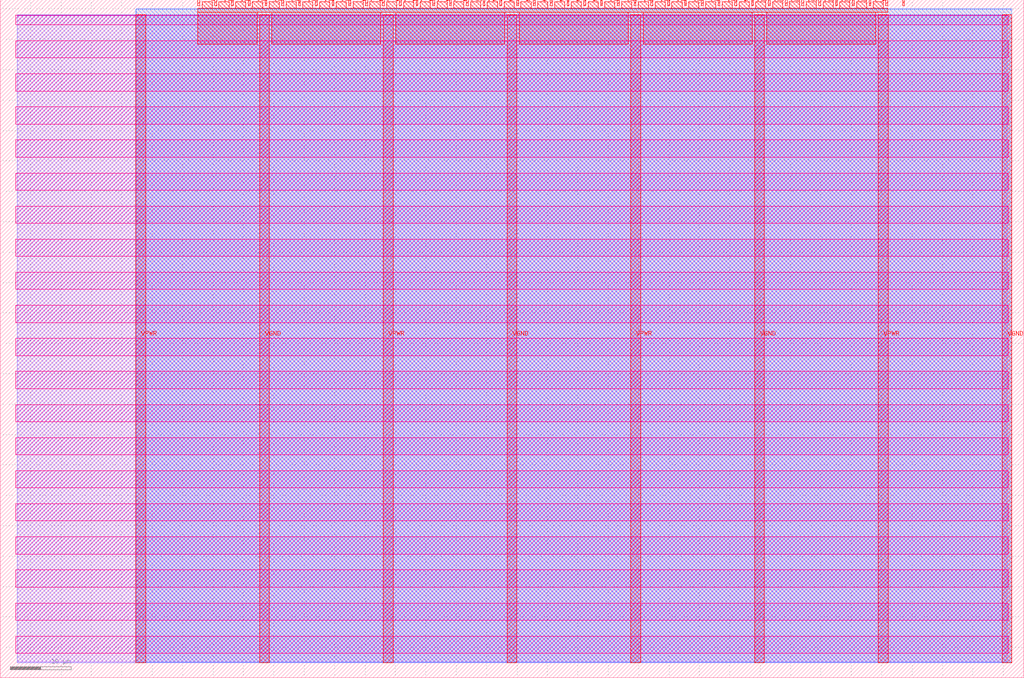
<source format=lef>
VERSION 5.7 ;
  NOWIREEXTENSIONATPIN ON ;
  DIVIDERCHAR "/" ;
  BUSBITCHARS "[]" ;
MACRO tt_um_wokwi_380120751165092865_dup
  CLASS BLOCK ;
  FOREIGN tt_um_wokwi_380120751165092865_dup ;
  ORIGIN 0.000 0.000 ;
  SIZE 168.360 BY 111.520 ;
  PIN VGND
    DIRECTION INOUT ;
    USE GROUND ;
    PORT
      LAYER met4 ;
        RECT 42.670 2.480 44.270 109.040 ;
    END
    PORT
      LAYER met4 ;
        RECT 83.380 2.480 84.980 109.040 ;
    END
    PORT
      LAYER met4 ;
        RECT 124.090 2.480 125.690 109.040 ;
    END
    PORT
      LAYER met4 ;
        RECT 164.800 2.480 166.400 109.040 ;
    END
  END VGND
  PIN VPWR
    DIRECTION INOUT ;
    USE POWER ;
    PORT
      LAYER met4 ;
        RECT 22.315 2.480 23.915 109.040 ;
    END
    PORT
      LAYER met4 ;
        RECT 63.025 2.480 64.625 109.040 ;
    END
    PORT
      LAYER met4 ;
        RECT 103.735 2.480 105.335 109.040 ;
    END
    PORT
      LAYER met4 ;
        RECT 144.445 2.480 146.045 109.040 ;
    END
  END VPWR
  PIN clk
    DIRECTION INPUT ;
    USE SIGNAL ;
    ANTENNAGATEAREA 0.159000 ;
    PORT
      LAYER met4 ;
        RECT 145.670 110.520 145.970 111.520 ;
    END
  END clk
  PIN ena
    DIRECTION INPUT ;
    USE SIGNAL ;
    PORT
      LAYER met4 ;
        RECT 148.430 110.520 148.730 111.520 ;
    END
  END ena
  PIN rst_n
    DIRECTION INPUT ;
    USE SIGNAL ;
    ANTENNAGATEAREA 0.213000 ;
    PORT
      LAYER met4 ;
        RECT 142.910 110.520 143.210 111.520 ;
    END
  END rst_n
  PIN ui_in[0]
    DIRECTION INPUT ;
    USE SIGNAL ;
    ANTENNAGATEAREA 0.196500 ;
    PORT
      LAYER met4 ;
        RECT 140.150 110.520 140.450 111.520 ;
    END
  END ui_in[0]
  PIN ui_in[1]
    DIRECTION INPUT ;
    USE SIGNAL ;
    ANTENNAGATEAREA 0.196500 ;
    PORT
      LAYER met4 ;
        RECT 137.390 110.520 137.690 111.520 ;
    END
  END ui_in[1]
  PIN ui_in[2]
    DIRECTION INPUT ;
    USE SIGNAL ;
    ANTENNAGATEAREA 0.196500 ;
    PORT
      LAYER met4 ;
        RECT 134.630 110.520 134.930 111.520 ;
    END
  END ui_in[2]
  PIN ui_in[3]
    DIRECTION INPUT ;
    USE SIGNAL ;
    ANTENNAGATEAREA 0.196500 ;
    PORT
      LAYER met4 ;
        RECT 131.870 110.520 132.170 111.520 ;
    END
  END ui_in[3]
  PIN ui_in[4]
    DIRECTION INPUT ;
    USE SIGNAL ;
    PORT
      LAYER met4 ;
        RECT 129.110 110.520 129.410 111.520 ;
    END
  END ui_in[4]
  PIN ui_in[5]
    DIRECTION INPUT ;
    USE SIGNAL ;
    PORT
      LAYER met4 ;
        RECT 126.350 110.520 126.650 111.520 ;
    END
  END ui_in[5]
  PIN ui_in[6]
    DIRECTION INPUT ;
    USE SIGNAL ;
    ANTENNAGATEAREA 0.196500 ;
    PORT
      LAYER met4 ;
        RECT 123.590 110.520 123.890 111.520 ;
    END
  END ui_in[6]
  PIN ui_in[7]
    DIRECTION INPUT ;
    USE SIGNAL ;
    ANTENNAGATEAREA 0.196500 ;
    PORT
      LAYER met4 ;
        RECT 120.830 110.520 121.130 111.520 ;
    END
  END ui_in[7]
  PIN uio_in[0]
    DIRECTION INPUT ;
    USE SIGNAL ;
    PORT
      LAYER met4 ;
        RECT 118.070 110.520 118.370 111.520 ;
    END
  END uio_in[0]
  PIN uio_in[1]
    DIRECTION INPUT ;
    USE SIGNAL ;
    PORT
      LAYER met4 ;
        RECT 115.310 110.520 115.610 111.520 ;
    END
  END uio_in[1]
  PIN uio_in[2]
    DIRECTION INPUT ;
    USE SIGNAL ;
    PORT
      LAYER met4 ;
        RECT 112.550 110.520 112.850 111.520 ;
    END
  END uio_in[2]
  PIN uio_in[3]
    DIRECTION INPUT ;
    USE SIGNAL ;
    PORT
      LAYER met4 ;
        RECT 109.790 110.520 110.090 111.520 ;
    END
  END uio_in[3]
  PIN uio_in[4]
    DIRECTION INPUT ;
    USE SIGNAL ;
    PORT
      LAYER met4 ;
        RECT 107.030 110.520 107.330 111.520 ;
    END
  END uio_in[4]
  PIN uio_in[5]
    DIRECTION INPUT ;
    USE SIGNAL ;
    PORT
      LAYER met4 ;
        RECT 104.270 110.520 104.570 111.520 ;
    END
  END uio_in[5]
  PIN uio_in[6]
    DIRECTION INPUT ;
    USE SIGNAL ;
    PORT
      LAYER met4 ;
        RECT 101.510 110.520 101.810 111.520 ;
    END
  END uio_in[6]
  PIN uio_in[7]
    DIRECTION INPUT ;
    USE SIGNAL ;
    PORT
      LAYER met4 ;
        RECT 98.750 110.520 99.050 111.520 ;
    END
  END uio_in[7]
  PIN uio_oe[0]
    DIRECTION OUTPUT TRISTATE ;
    USE SIGNAL ;
    PORT
      LAYER met4 ;
        RECT 51.830 110.520 52.130 111.520 ;
    END
  END uio_oe[0]
  PIN uio_oe[1]
    DIRECTION OUTPUT TRISTATE ;
    USE SIGNAL ;
    PORT
      LAYER met4 ;
        RECT 49.070 110.520 49.370 111.520 ;
    END
  END uio_oe[1]
  PIN uio_oe[2]
    DIRECTION OUTPUT TRISTATE ;
    USE SIGNAL ;
    PORT
      LAYER met4 ;
        RECT 46.310 110.520 46.610 111.520 ;
    END
  END uio_oe[2]
  PIN uio_oe[3]
    DIRECTION OUTPUT TRISTATE ;
    USE SIGNAL ;
    PORT
      LAYER met4 ;
        RECT 43.550 110.520 43.850 111.520 ;
    END
  END uio_oe[3]
  PIN uio_oe[4]
    DIRECTION OUTPUT TRISTATE ;
    USE SIGNAL ;
    PORT
      LAYER met4 ;
        RECT 40.790 110.520 41.090 111.520 ;
    END
  END uio_oe[4]
  PIN uio_oe[5]
    DIRECTION OUTPUT TRISTATE ;
    USE SIGNAL ;
    PORT
      LAYER met4 ;
        RECT 38.030 110.520 38.330 111.520 ;
    END
  END uio_oe[5]
  PIN uio_oe[6]
    DIRECTION OUTPUT TRISTATE ;
    USE SIGNAL ;
    PORT
      LAYER met4 ;
        RECT 35.270 110.520 35.570 111.520 ;
    END
  END uio_oe[6]
  PIN uio_oe[7]
    DIRECTION OUTPUT TRISTATE ;
    USE SIGNAL ;
    PORT
      LAYER met4 ;
        RECT 32.510 110.520 32.810 111.520 ;
    END
  END uio_oe[7]
  PIN uio_out[0]
    DIRECTION OUTPUT TRISTATE ;
    USE SIGNAL ;
    PORT
      LAYER met4 ;
        RECT 73.910 110.520 74.210 111.520 ;
    END
  END uio_out[0]
  PIN uio_out[1]
    DIRECTION OUTPUT TRISTATE ;
    USE SIGNAL ;
    PORT
      LAYER met4 ;
        RECT 71.150 110.520 71.450 111.520 ;
    END
  END uio_out[1]
  PIN uio_out[2]
    DIRECTION OUTPUT TRISTATE ;
    USE SIGNAL ;
    PORT
      LAYER met4 ;
        RECT 68.390 110.520 68.690 111.520 ;
    END
  END uio_out[2]
  PIN uio_out[3]
    DIRECTION OUTPUT TRISTATE ;
    USE SIGNAL ;
    PORT
      LAYER met4 ;
        RECT 65.630 110.520 65.930 111.520 ;
    END
  END uio_out[3]
  PIN uio_out[4]
    DIRECTION OUTPUT TRISTATE ;
    USE SIGNAL ;
    PORT
      LAYER met4 ;
        RECT 62.870 110.520 63.170 111.520 ;
    END
  END uio_out[4]
  PIN uio_out[5]
    DIRECTION OUTPUT TRISTATE ;
    USE SIGNAL ;
    PORT
      LAYER met4 ;
        RECT 60.110 110.520 60.410 111.520 ;
    END
  END uio_out[5]
  PIN uio_out[6]
    DIRECTION OUTPUT TRISTATE ;
    USE SIGNAL ;
    PORT
      LAYER met4 ;
        RECT 57.350 110.520 57.650 111.520 ;
    END
  END uio_out[6]
  PIN uio_out[7]
    DIRECTION OUTPUT TRISTATE ;
    USE SIGNAL ;
    PORT
      LAYER met4 ;
        RECT 54.590 110.520 54.890 111.520 ;
    END
  END uio_out[7]
  PIN uo_out[0]
    DIRECTION OUTPUT TRISTATE ;
    USE SIGNAL ;
    ANTENNADIFFAREA 0.795200 ;
    PORT
      LAYER met4 ;
        RECT 95.990 110.520 96.290 111.520 ;
    END
  END uo_out[0]
  PIN uo_out[1]
    DIRECTION OUTPUT TRISTATE ;
    USE SIGNAL ;
    ANTENNADIFFAREA 0.445500 ;
    PORT
      LAYER met4 ;
        RECT 93.230 110.520 93.530 111.520 ;
    END
  END uo_out[1]
  PIN uo_out[2]
    DIRECTION OUTPUT TRISTATE ;
    USE SIGNAL ;
    ANTENNADIFFAREA 0.795200 ;
    PORT
      LAYER met4 ;
        RECT 90.470 110.520 90.770 111.520 ;
    END
  END uo_out[2]
  PIN uo_out[3]
    DIRECTION OUTPUT TRISTATE ;
    USE SIGNAL ;
    ANTENNADIFFAREA 0.795200 ;
    PORT
      LAYER met4 ;
        RECT 87.710 110.520 88.010 111.520 ;
    END
  END uo_out[3]
  PIN uo_out[4]
    DIRECTION OUTPUT TRISTATE ;
    USE SIGNAL ;
    ANTENNADIFFAREA 0.445500 ;
    PORT
      LAYER met4 ;
        RECT 84.950 110.520 85.250 111.520 ;
    END
  END uo_out[4]
  PIN uo_out[5]
    DIRECTION OUTPUT TRISTATE ;
    USE SIGNAL ;
    PORT
      LAYER met4 ;
        RECT 82.190 110.520 82.490 111.520 ;
    END
  END uo_out[5]
  PIN uo_out[6]
    DIRECTION OUTPUT TRISTATE ;
    USE SIGNAL ;
    PORT
      LAYER met4 ;
        RECT 79.430 110.520 79.730 111.520 ;
    END
  END uo_out[6]
  PIN uo_out[7]
    DIRECTION OUTPUT TRISTATE ;
    USE SIGNAL ;
    PORT
      LAYER met4 ;
        RECT 76.670 110.520 76.970 111.520 ;
    END
  END uo_out[7]
  OBS
      LAYER nwell ;
        RECT 2.570 107.385 165.790 108.990 ;
        RECT 2.570 101.945 165.790 104.775 ;
        RECT 2.570 96.505 165.790 99.335 ;
        RECT 2.570 91.065 165.790 93.895 ;
        RECT 2.570 85.625 165.790 88.455 ;
        RECT 2.570 80.185 165.790 83.015 ;
        RECT 2.570 74.745 165.790 77.575 ;
        RECT 2.570 69.305 165.790 72.135 ;
        RECT 2.570 63.865 165.790 66.695 ;
        RECT 2.570 58.425 165.790 61.255 ;
        RECT 2.570 52.985 165.790 55.815 ;
        RECT 2.570 47.545 165.790 50.375 ;
        RECT 2.570 42.105 165.790 44.935 ;
        RECT 2.570 36.665 165.790 39.495 ;
        RECT 2.570 31.225 165.790 34.055 ;
        RECT 2.570 25.785 165.790 28.615 ;
        RECT 2.570 20.345 165.790 23.175 ;
        RECT 2.570 14.905 165.790 17.735 ;
        RECT 2.570 9.465 165.790 12.295 ;
        RECT 2.570 4.025 165.790 6.855 ;
      LAYER li1 ;
        RECT 2.760 2.635 165.600 108.885 ;
      LAYER met1 ;
        RECT 2.760 2.480 166.400 109.040 ;
      LAYER met2 ;
        RECT 22.345 2.535 166.370 110.005 ;
      LAYER met3 ;
        RECT 22.325 2.555 166.390 109.985 ;
      LAYER met4 ;
        RECT 33.210 110.120 34.870 111.170 ;
        RECT 35.970 110.120 37.630 111.170 ;
        RECT 38.730 110.120 40.390 111.170 ;
        RECT 41.490 110.120 43.150 111.170 ;
        RECT 44.250 110.120 45.910 111.170 ;
        RECT 47.010 110.120 48.670 111.170 ;
        RECT 49.770 110.120 51.430 111.170 ;
        RECT 52.530 110.120 54.190 111.170 ;
        RECT 55.290 110.120 56.950 111.170 ;
        RECT 58.050 110.120 59.710 111.170 ;
        RECT 60.810 110.120 62.470 111.170 ;
        RECT 63.570 110.120 65.230 111.170 ;
        RECT 66.330 110.120 67.990 111.170 ;
        RECT 69.090 110.120 70.750 111.170 ;
        RECT 71.850 110.120 73.510 111.170 ;
        RECT 74.610 110.120 76.270 111.170 ;
        RECT 77.370 110.120 79.030 111.170 ;
        RECT 80.130 110.120 81.790 111.170 ;
        RECT 82.890 110.120 84.550 111.170 ;
        RECT 85.650 110.120 87.310 111.170 ;
        RECT 88.410 110.120 90.070 111.170 ;
        RECT 91.170 110.120 92.830 111.170 ;
        RECT 93.930 110.120 95.590 111.170 ;
        RECT 96.690 110.120 98.350 111.170 ;
        RECT 99.450 110.120 101.110 111.170 ;
        RECT 102.210 110.120 103.870 111.170 ;
        RECT 104.970 110.120 106.630 111.170 ;
        RECT 107.730 110.120 109.390 111.170 ;
        RECT 110.490 110.120 112.150 111.170 ;
        RECT 113.250 110.120 114.910 111.170 ;
        RECT 116.010 110.120 117.670 111.170 ;
        RECT 118.770 110.120 120.430 111.170 ;
        RECT 121.530 110.120 123.190 111.170 ;
        RECT 124.290 110.120 125.950 111.170 ;
        RECT 127.050 110.120 128.710 111.170 ;
        RECT 129.810 110.120 131.470 111.170 ;
        RECT 132.570 110.120 134.230 111.170 ;
        RECT 135.330 110.120 136.990 111.170 ;
        RECT 138.090 110.120 139.750 111.170 ;
        RECT 140.850 110.120 142.510 111.170 ;
        RECT 143.610 110.120 145.270 111.170 ;
        RECT 32.495 109.440 145.985 110.120 ;
        RECT 32.495 104.215 42.270 109.440 ;
        RECT 44.670 104.215 62.625 109.440 ;
        RECT 65.025 104.215 82.980 109.440 ;
        RECT 85.380 104.215 103.335 109.440 ;
        RECT 105.735 104.215 123.690 109.440 ;
        RECT 126.090 104.215 144.045 109.440 ;
  END
END tt_um_wokwi_380120751165092865_dup
END LIBRARY


</source>
